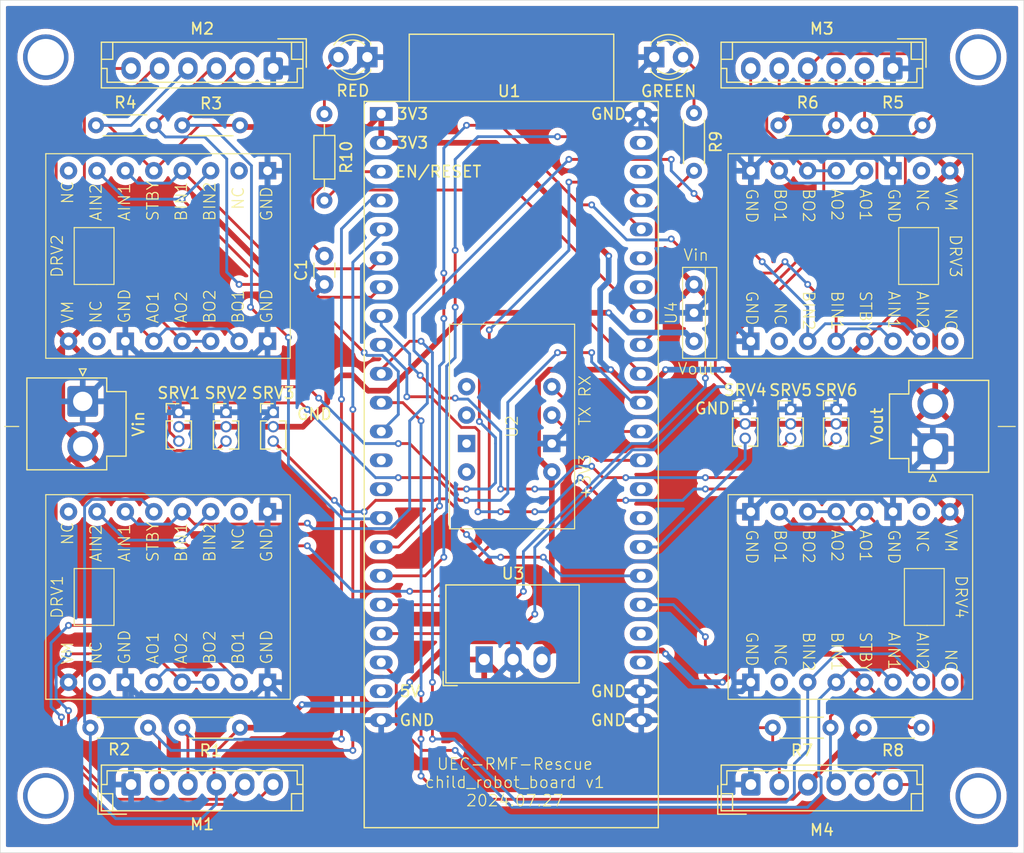
<source format=kicad_pcb>
(kicad_pcb (version 20240108) (generator "pcbnew") (generator_version "8.0")
  (layers (0 "F.Cu" signal) (31 "B.Cu" signal) (34 "B.Paste" user) (35 "F.Paste" user) (36 "B.SilkS" user "B.Silkscreen") (37 "F.SilkS" user "F.Silkscreen") (38 "B.Mask" user) (39 "F.Mask" user) (44 "Edge.Cuts" user))
  (net 0 "")
  (net 1 "Net-(U1-CHIP_PU)")
  (net 2 "GND")
  (net 3 "Net-(D1-A)")
  (net 4 "Net-(D2-A)")
  (net 5 "/M1IN1")
  (net 6 "/M1OUT1")
  (net 7 "/M1IN2")
  (net 8 "/M1OUT2")
  (net 9 "+9V")
  (net 10 "+3V3")
  (net 11 "/M2OUT2")
  (net 12 "/M2IN2")
  (net 13 "/M2OUT1")
  (net 14 "/M2IN1")
  (net 15 "/M3IN1")
  (net 16 "/M3OUT2")
  (net 17 "/M3IN2")
  (net 18 "/M3OUT1")
  (net 19 "/M4OUT2")
  (net 20 "/M4IN1")
  (net 21 "/M4IN2")
  (net 22 "/M4OUT1")
  (net 23 "/RO1B")
  (net 24 "/RO1A")
  (net 25 "/RO2A")
  (net 26 "/RO2B")
  (net 27 "/RO3B")
  (net 28 "/RO3A")
  (net 29 "/RO4B")
  (net 30 "/RO4A")
  (net 31 "/LED_GREEN")
  (net 32 "/LED_RED")
  (net 33 "+5V")
  (net 34 "/SRV1")
  (net 35 "/SRV2")
  (net 36 "/SRV3")
  (net 37 "/SRV4")
  (net 38 "/SRV5")
  (net 39 "/SRV6")
  (net 41 "/BNORX")
  (net 52 "/BNOTX")
  (footprint "Connector_PinHeader_1.27mm:PinHeader_1x03_P1.27mm_Vertical" (layer "F.Cu") (at 169.5 86)
    (property "Reference" "SRV5")
    (property "Value" "Srv_9.9V")
  )
  (footprint "my_library:drv8833_board" (layer "F.Cu") (at 111 72.5 90)
    (property "Reference" "DRV2")
    (property "Value" "~" (hide yes))
  )
  (footprint "Connector_PinHeader_1.27mm:PinHeader_1x03_P1.27mm_Vertical" (layer "F.Cu") (at 165.5 86)
    (property "Reference" "SRV4")
    (property "Value" "Srv_9.9V")
  )
  (footprint "Connector_JST:JST_VH_B2P-VH_1x02_P3.96mm_Vertical" (layer "F.Cu") (at 107.25 85.29 -90)
    (property "Reference" "Vin")
    (property "Value" "Vin")
  )
  (footprint "LED_THT:LED_D3.0mm_Clear" (layer "F.Cu") (at 157.5 55)
    (property "Reference" "GREEN")
    (property "Value" "LED_GREEN")
  )
  (footprint "Connector_JST:JST_EH_B6B-EH-A_1x06_P2.50mm_Vertical" (layer "F.Cu") (at 166 119)
    (property "Reference" "M4")
    (property "Value" "~" (hide yes))
  )
  (footprint "Resistor_THT:R_Axial_DIN0204_L3.6mm_D1.6mm_P5.08mm_Horizontal" (layer "F.Cu") (at 176 61)
    (property "Reference" "R5")
    (property "Value" "10k")
  )
  (footprint "Capacitor_THT:C_Disc_D3.0mm_W1.6mm_P2.50mm" (layer "F.Cu") (at 128.5 75 90)
    (property "Reference" "C1")
    (property "Value" "1u")
  )
  (footprint "my_library:bno055_board" (layer "F.Cu") (at 145 87.5 90)
    (property "Reference" "U2")
    (property "Value" "~")
  )
  (footprint "Resistor_THT:R_Axial_DIN0204_L3.6mm_D1.6mm_P5.08mm_Horizontal" (layer "F.Cu") (at 113 114 180)
    (property "Reference" "R2")
    (property "Value" "10k")
  )
  (footprint "Connector_PinHeader_1.27mm:PinHeader_1x03_P1.27mm_Vertical" (layer "F.Cu") (at 115.7 86.25)
    (property "Reference" "SRV1")
    (property "Value" "Srv_5V")
  )
  (footprint "PCM_Espressif:ESP32-S3-DevKitC" (layer "F.Cu") (at 133.5 60)
    (property "Reference" "U1")
    (property "Value" "ESP32-S3-DevKitC" (hide yes))
  )
  (footprint "Resistor_THT:R_Axial_DIN0204_L3.6mm_D1.6mm_P5.08mm_Horizontal" (layer "F.Cu") (at 173.5 61 180)
    (property "Reference" "R6")
    (property "Value" "10k")
  )
  (footprint "Resistor_THT:R_Axial_DIN0204_L3.6mm_D1.6mm_P5.08mm_Horizontal" (layer "F.Cu") (at 161 59.92 -90)
    (property "Reference" "R9")
    (property "Value" "12")
  )
  (footprint "Resistor_THT:R_Axial_DIN0204_L3.6mm_D1.6mm_P5.08mm_Horizontal" (layer "F.Cu") (at 113.5 61 180)
    (property "Reference" "R4")
    (property "Value" "10k")
  )
  (footprint "Converter_DCDC:Converter_DCDC_RECOM_R-78E-0.5_THT" (layer "F.Cu") (at 142.553 108)
    (property "Reference" "U3")
    (property "Value" "R-78E3.3-0.5")
  )
  (footprint "Connector_JST:JST_EH_B6B-EH-A_1x06_P2.50mm_Vertical" (layer "F.Cu") (at 178.48995 56 180)
    (property "Reference" "M3")
    (property "Value" "~" (hide yes))
  )
  (footprint "my_library:drv8833_board" (layer "F.Cu") (at 178.5 102.5 -90)
    (property "Reference" "DRV4")
    (property "Value" "~" (hide yes))
  )
  (footprint "Resistor_THT:R_Axial_DIN0204_L3.6mm_D1.6mm_P5.08mm_Horizontal" (layer "F.Cu") (at 167.92 114)
    (property "Reference" "R7")
    (property "Value" "10k")
  )
  (footprint "Resistor_THT:R_Axial_DIN0204_L3.6mm_D1.6mm_P5.08mm_Horizontal" (layer "F.Cu") (at 116 61)
    (property "Reference" "R3")
    (property "Value" "10k")
  )
  (footprint "Resistor_THT:R_Axial_DIN0204_L3.6mm_D1.6mm_P7.62mm_Horizontal" (layer "F.Cu") (at 128.5 60 -90)
    (property "Reference" "R10")
    (property "Value" "68")
  )
  (footprint "my_library:drv8833_board" (layer "F.Cu") (at 111 102.5 90)
    (property "Reference" "DRV1")
    (property "Value" "~" (hide yes))
  )
  (footprint "Connector_JST:JST_EH_B6B-EH-A_1x06_P2.50mm_Vertical" (layer "F.Cu") (at 124 56 180)
    (property "Reference" "M2")
    (property "Value" "~" (hide yes))
  )
  (footprint "Connector_PinHeader_1.27mm:PinHeader_1x03_P1.27mm_Vertical" (layer "F.Cu") (at 124 86.25)
    (property "Reference" "SRV3")
    (property "Value" "Srv_5V")
  )
  (footprint "my_library:L7805" (layer "F.Cu") (at 161 77.5)
    (property "Reference" "U4")
    (property "Value" "L7805")
  )
  (footprint "Connector_PinHeader_1.27mm:PinHeader_1x03_P1.27mm_Vertical" (layer "F.Cu") (at 173.5 86)
    (property "Reference" "SRV6")
    (property "Value" "Srv_9.9V")
  )
  (footprint "Resistor_THT:R_Axial_DIN0204_L3.6mm_D1.6mm_P5.08mm_Horizontal" (layer "F.Cu") (at 175.92 114)
    (property "Reference" "R8")
    (property "Value" "10k")
  )
  (footprint "Connector_JST:JST_VH_B2P-VH_1x02_P3.96mm_Vertical" (layer "F.Cu") (at 182 89.46 90)
    (property "Reference" "Vout")
    (property "Value" "Vout")
  )
  (footprint "Resistor_THT:R_Axial_DIN0204_L3.6mm_D1.6mm_P5.08mm_Horizontal" (layer "F.Cu") (at 116 114)
    (property "Reference" "R1")
    (property "Value" "10k")
  )
  (footprint "Connector_JST:JST_EH_B6B-EH-A_1x06_P2.50mm_Vertical" (layer "F.Cu") (at 111.5 119)
    (property "Reference" "M1")
    (property "Value" "~" (hide yes))
  )
  (footprint "Connector_PinHeader_1.27mm:PinHeader_1x03_P1.27mm_Vertical" (layer "F.Cu") (at 119.85 86.25)
    (property "Reference" "SRV2")
    (property "Value" "Srv_5V")
  )
  (footprint "my_library:drv8833_board" (layer "F.Cu") (at 178.5 72.5 -90)
    (property "Reference" "DRV3")
    (property "Value" "~" (hide yes))
  )
  (footprint "LED_THT:LED_D3.0mm" (layer "F.Cu") (at 132.275 55 180)
    (property "Reference" "RED")
    (property "Value" "LED_RED")
  )
  (gr_line (start 108.5 75) (end 110 75) (stroke (width 0.1)) (layer "F.SilkS"))
  (gr_line (start 110 75) (end 110 70) (stroke (width 0.1)) (layer "F.SilkS"))
  (gr_line (start 179.5 100) (end 179.5 105) (stroke (width 0.1)) (layer "F.SilkS"))
  (gr_line (start 182.5 75) (end 182.5 70) (stroke (width 0.1)) (layer "F.SilkS"))
  (gr_line (start 100.375 87.5) (end 101.625 87.5) (stroke (width 0.1)) (layer "F.SilkS"))
  (gr_line (start 189.25 87.5) (end 187.75 87.5) (stroke (width 0.1)) (layer "F.SilkS"))
  (gr_line (start 108.5 105) (end 110 105) (stroke (width 0.1)) (layer "F.SilkS"))
  (gr_line (start 110 105) (end 110 100) (stroke (width 0.1)) (layer "F.SilkS"))
  (gr_line (start 179 70) (end 179 75) (stroke (width 0.1)) (layer "F.SilkS"))
  (gr_line (start 106.5 70) (end 106.5 75) (stroke (width 0.1)) (layer "F.SilkS"))
  (gr_line (start 110 100) (end 106.5 100) (stroke (width 0.1)) (layer "F.SilkS"))
  (gr_line (start 179.5 105) (end 181.5 105) (stroke (width 0.1)) (layer "F.SilkS"))
  (gr_line (start 181 75) (end 182.5 75) (stroke (width 0.1)) (layer "F.SilkS"))
  (gr_line (start 181.5 105) (end 183 105) (stroke (width 0.1)) (layer "F.SilkS"))
  (gr_line (start 179 75) (end 181 75) (stroke (width 0.1)) (layer "F.SilkS"))
  (gr_line (start 106.5 100) (end 106.5 105) (stroke (width 0.1)) (layer "F.SilkS"))
  (gr_line (start 183 105) (end 183 100) (stroke (width 0.1)) (layer "F.SilkS"))
  (gr_line (start 110 70) (end 106.5 70) (stroke (width 0.1)) (layer "F.SilkS"))
  (gr_line (start 182.5 70) (end 179 70) (stroke (width 0.1)) (layer "F.SilkS"))
  (gr_line (start 183 100) (end 179.5 100) (stroke (width 0.1)) (layer "F.SilkS"))
  (gr_line (start 106.5 75) (end 108.5 75) (stroke (width 0.1)) (layer "F.SilkS"))
  (gr_line (start 106.5 105) (end 108.5 105) (stroke (width 0.1)) (layer "F.SilkS"))
  (gr_line (start 101 125) (end 189 125) (stroke (width 0.05)) (layer "Edge.Cuts"))
  (gr_line (start 189 50) (end 101 50) (stroke (width 0.05)) (layer "Edge.Cuts"))
  (gr_line (start 190 50) (end 189 50) (stroke (width 0.05)) (layer "Edge.Cuts"))
  (gr_line (start 190 125) (end 190 120) (stroke (width 0.05)) (layer "Edge.Cuts"))
  (gr_line (start 100 50) (end 100 120) (stroke (width 0.05)) (layer "Edge.Cuts"))
  (gr_line (start 100 120) (end 100 125) (stroke (width 0.05)) (layer "Edge.Cuts"))
  (gr_line (start 101 125) (end 100 125) (stroke (width 0.05)) (layer "Edge.Cuts"))
  (gr_line (start 190 125) (end 189 125) (stroke (width 0.05)) (layer "Edge.Cuts"))
  (gr_line (start 101 50) (end 100 50) (stroke (width 0.05)) (layer "Edge.Cuts"))
  (gr_line (start 190 120) (end 190 50) (stroke (width 0.05)) (layer "Edge.Cuts"))
  (gr_text "GND" (at 161 86.5 0) (layer "F.SilkS") (effects (font (size 1 1)) (justify left bottom)))
  (gr_text "UEC-RMF-Rescue\nchild_robot_board v1\n2024.07.27" (at 145.25 121 0) (layer "F.SilkS") (effects (font (size 1 1) (thickness 0.1)) (justify bottom)))
  (gr_text "GND" (at 126 87 0) (layer "F.SilkS") (effects (font (size 1 1)) (justify left bottom)))
  (via (at 186 55) (size 4) (drill 3.2) (layers "F.Cu" "B.Cu") (net 0))
  (via (at 104 120) (size 4) (drill 3.2) (layers "F.Cu" "B.Cu") (net 0))
  (via (at 186 120) (size 4) (drill 3.2) (layers "F.Cu" "B.Cu") (net 0))
  (via (at 104 55) (size 4) (drill 3.2) (layers "F.Cu" "B.Cu") (net 0))
  (segment (start 129.590431 65.08) (end 133.5 65.08) (width 0.25) (layer "F.Cu") (net 1))
  (segment (start 127.475 71.475) (end 127.475 67.195431) (width 0.25) (layer "F.Cu") (net 1))
  (segment (start 127.475 67.195431) (end 129.590431 65.08) (width 0.25) (layer "F.Cu") (net 1))
  (segment (start 128.5 72.5) (end 127.475 71.475) (width 0.25) (layer "F.Cu") (net 1))
  (segment (start 123.5 65) (end 123.5 80) (width 0.5) (layer "B.Cu") (net 2))
  (segment (start 178.5 92.96) (end 182 89.46) (width 0.5) (layer "B.Cu") (net 2))
  (segment (start 123.5 62.75) (end 124 62.25) (width 0.5) (layer "B.Cu") (net 2))
  (segment (start 112.212 81.212) (end 111 80) (width 0.5) (layer "B.Cu") (net 2))
  (segment (start 123.5 65) (end 123.5 70) (width 0.5) (layer "B.Cu") (net 2))
  (segment (start 156.36 110.8) (end 147.893 110.8) (width 0.5) (layer "B.Cu") (net 2))
  (segment (start 111 81.54) (end 107.25 85.29) (width 0.5) (layer "B.Cu") (net 2))
  (segment (start 148.5 89) (end 151 86.5) (width 0.5) (layer "B.Cu") (net 2))
  (segment (start 166 72.5) (end 161 77.5) (width 0.5) (layer "B.Cu") (net 2))
  (segment (start 133.49632 113.33728) (end 139.75572 113.33728) (width 0.5) (layer "B.Cu") (net 2))
  (segment (start 124.35 56.35) (end 130.925 56.35) (width 0.5) (layer "B.Cu") (net 2))
  (segment (start 166 80) (end 166 85.5) (width 0.5) (layer "B.Cu") (net 2))
  (segment (start 123.5 65) (end 123.5 62.75) (width 0.5) (layer "B.Cu") (net 2))
  (segment (start 178.48995 58.48995) (end 178.5 58.5) (width 0.5) (layer "B.Cu") (net 2))
  (segment (start 178.5 58.5) (end 178.5 65) (width 0.5) (layer "B.Cu") (net 2))
  (segment (start 119.85 86.25) (end 123.926497 86.25) (width 0.5) (layer "B.Cu") (net 2))
  (segment (start 156.36 56.14) (end 157.5 55) (width 0.5) (layer "B.Cu") (net 2))
  (segment (start 122.288 111.212) (end 123.5 110) (width 0.5) (layer "B.Cu") (net 2))
  (segment (start 146 90.238) (end 146.619 89.619) (width 0.5) (layer "B.Cu") (net 2))
  (segment (start 156.36 60) (end 159.85 63.49) (width 0.5) (layer "B.Cu") (net 2))
  (segment (start 123.5 80) (end 122.288 81.212) (width 0.5) (layer "B.Cu") (net 2))
  (segment (start 132.275 55) (end 130.925 56.35) (width 0.5) (layer "B.Cu") (net 2))
  (segment (start 161 77.5) (end 163.5 77.5) (width 0.5) (layer "B.Cu") (net 2))
  (segment (start 177.288 93.788) (end 178.5 95) (width 0.5) (layer "B.Cu") (net 2))
  (segment (start 173.5 86) (end 178.54 86) (width 0.5) (layer "B.Cu") (net 2))
  (segment (start 123.5 95) (end 123.05 94.55) (width 0.5) (layer "B.Cu") (net 2))
  (segment (start 147.893 110.8) (end 145.093 108) (width 0.5) (layer "B.Cu") (net 2))
  (segment (start 147.238 89) (end 146.619 89.619) (width 0.5) (layer "B.Cu") (net 2))
  (segment (start 139.75572 113.33728) (end 145.093 108) (width 0.5) (layer "B.Cu") (net 2))
  (segment (start 111.5 110.75) (end 111.5 119) (width 0.5) (layer "B.Cu") (net 2))
  (segment (start 126.83728 113.33728) (end 123.5 110) (width 0.5) (layer "B.Cu") (net 2))
  (segment (start 165.5 86) (end 169.5 86) (width 0.5) (layer "B.Cu") (net 2))
  (segment (start 124 56) (end 124.35 56.35) (width 0.5) (layer "B.Cu") (net 2))
  (segment (start 145.093 97.907) (end 146 97) (width 0.5) (layer "B.Cu") (net 2))
  (segment (start 119.85 86.25) (end 115.7 86.25) (width 0.5) (layer "B.Cu") (net 2))
  (segment (start 111 110) (end 112.212 111.212) (width 0.5) (layer "B.Cu") (net 2))
  (segment (start 166 85.5) (end 165.5 86) (width 0.5) (layer "B.Cu") (net 2))
  (segment (start 178.48995 56) (end 178.48995 58.48995) (width 0.5) (layer "B.Cu") (net 2))
  (segment (start 123.5 70) (end 128.5 75) (width 0.5) (layer "B.Cu") (net 2))
  (segment (start 159.85 63.49) (end 164.49 63.49) (width 0.5) (layer "B.Cu") (net 2))
  (segment (start 151 86.5) (end 151 65.36) (width 0.5) (layer "B.Cu") (net 2))
  (segment (start 124 62.25) (end 124 56) (width 0.5) (layer "B.Cu") (net 2))
  (segment (start 148.5 89) (end 147.238 89) (width 0.5) (layer "B.Cu") (net 2))
  (segment (start 123.05 87.126497) (end 123.926497 86.25) (width 0.5) (layer "B.Cu") (net 2))
  (segment (start 167.212 93.788) (end 177.288 93.788) (width 0.5) (layer "B.Cu") (net 2))
  (segment (start 123.5 95) (end 123.5 110) (width 0.5) (layer "B.Cu") (net 2))
  (segment (start 111 110) (end 111 110.25) (width 0.5) (layer "B.Cu") (net 2))
  (segment (start 156.36 110.8) (end 156.36 113.34) (width 0.5) (layer "B.Cu") (net 2))
  (segment (start 178.54 86) (end 182 89.46) (width 0.5) (layer "B.Cu") (net 2))
  (segment (start 146 97) (end 146 90.238) (width 0.5) (layer "B.Cu") (net 2))
  (segment (start 166 95) (end 167.212 93.788) (width 0.5) (layer "B.Cu") (net 2))
  (segment (start 111 110.25) (end 111.5 110.75) (width 0.5) (layer "B.Cu") (net 2))
  (segment (start 166 65) (end 166 72.5) (width 0.5) (layer "B.Cu") (net 2))
  (segment (start 123.926497 86.25) (end 124 86.25) (width 0.5) (layer "B.Cu") (net 2))
  (segment (start 156.36 60) (end 156.36 56.14) (width 0.5) (layer "B.Cu") (net 2))
  (segment (start 111 80) (end 111 81.54) (width 0.5) (layer "B.Cu") (net 2))
  (segment (start 178.5 95) (end 178.5 92.96) (width 0.5) (layer "B.Cu") (net 2))
  (segment (start 164.49 63.49) (end 166 65) (width 0.5) (layer "B.Cu") (net 2))
  (segment (start 177.288 63.788) (end 178.5 65) (width 0.5) (layer "B.Cu") (net 2))
  (segment (start 166 95) (end 166 110) (width 0.5) (layer "B.Cu") (net 2))
  (segment (start 156.36 110.8) (end 165.2 110.8) (width 0.5) (layer "B.Cu") (net 2))
  (segment (start 166 65) (end 167.212 63.788) (width 0.5) (layer "B.Cu") (net 2))
  (segment (start 165.2 110.8) (end 166 110) (width 0.5) (layer "B.Cu") (net 2))
  (segment (start 107.25 85.29) (end 114.74 85.29) (width 0.5) (layer "B.Cu") (net 2))
  (segment (start 167.212 63.788) (end 177.288 63.788) (width 0.5) (layer "B.Cu") (net 2))
  (segment (start 169.5 86) (end 173.5 86) (width 0.5) (layer "B.Cu") (net 2))
  (segment (start 122.288 81.212) (end 112.212 81.212) (width 0.5) (layer "B.Cu") (net 2))
  (segment (start 163.5 77.5) (end 166 80) (width 0.5) (layer "B.Cu") (net 2))
  (segment (start 123.05 94.55) (end 123.05 87.126497) (width 0.5) (layer "B.Cu") (net 2))
  (segment (start 151 65.36) (end 156.36 60) (width 0.5) (layer "B.Cu") (net 2))
  (segment (start 114.74 85.29) (end 115.7 86.25) (width 0.5) (layer "B.Cu") (net 2))
  (segment (start 145.093 108) (end 145.093 97.907) (width 0.5) (layer "B.Cu") (net 2))
  (segment (start 112.212 111.212) (end 122.288 111.212) (width 0.5) (layer "B.Cu") (net 2))
  (segment (start 133.49632 113.33728) (end 126.83728 113.33728) (width 0.5) (layer "B.Cu") (net 2))
  (segment (start 166 119) (end 166 110) (width 0.5) (layer "B.Cu") (net 2))
  (segment (start 160.04 55) (end 161 55.96) (width 0.25) (layer "F.Cu") (net 3))
  (segment (start 161 55.96) (end 161 59.92) (width 0.25) (layer "F.Cu") (net 3))
  (segment (start 128.5 60) (end 128.5 56.235) (width 0.25) (layer "F.Cu") (net 4))
  (segment (start 128.46 59.96) (end 128.5 60) (width 0.25) (layer "F.Cu") (net 4))
  (segment (start 128.5 56.235) (end 129.735 55) (width 0.25) (layer "F.Cu") (net 4))
  (segment (start 116 95) (end 117.087 96.087) (width 0.25) (layer "F.Cu") (net 5))
  (segment (start 153 64) (end 156.36 67.36) (width 0.25) (layer "F.Cu") (net 5))
  (segment (start 150 64) (end 153 64) (width 0.25) (layer "F.Cu") (net 5))
  (segment (start 117.087 96.087) (end 126.913 96.087) (width 0.25) (layer "F.Cu") (net 5))
  (segment (start 126.913 96.087) (end 127 96) (width 0.25) (layer "F.Cu") (net 5))
  (segment (start 156.36 67.36) (end 156.36 67.62) (width 0.25) (layer "F.Cu") (net 5))
  (via (at 150 64) (size 0.6) (drill 0.3) (layers "F.Cu" "B.Cu") (net 5))
  (via (at 127 96) (size 0.6) (drill 0.3) (layers "F.Cu" "B.Cu") (net 5))
  (segment (start 136.375 80.825) (end 137.55 82) (width 0.25) (layer "B.Cu") (net 5))
  (segment (start 137.55 82) (end 137.55 85.45) (width 0.25) (layer "B.Cu") (net 5))
  (segment (start 136 94.768148) (end 134.884074 95.884074) (width 0.25) (layer "B.Cu") (net 5))
  (segment (start 136.375 77.625) (end 136.375 80.825) (width 0.25) (layer "B.Cu") (net 5))
  (segment (start 150 64) (end 136.375 77.625) (width 0.25) (layer "B.Cu") (net 5))
  (segment (start 112.087 96.087) (end 111 95) (width 0.25) (layer "B.Cu") (net 5))
  (segment (start 127 96) (end 127.485 96.485) (width 0.25) (layer "B.Cu") (net 5))
  (segment (start 137.55 85.45) (end 136 87) (width 0.25) (layer "B.Cu") (net 5))
  (segment (start 116 95) (end 114.913 96.087) (width 0.25) (layer "B.Cu") (net 5))
  (segment (start 127.485 96.485) (end 134.283148 96.485) (width 0.25) (layer "B.Cu") (net 5))
  (segment (start 134.283148 96.485) (end 134.884074 95.884074) (width 0.25) (layer "B.Cu") (net 5))
  (segment (start 136 87) (end 136 94.768148) (width 0.25) (layer "B.Cu") (net 5))
  (segment (start 114.913 96.087) (end 112.087 96.087) (width 0.25) (layer "B.Cu") (net 5))
  (segment (start 124 119) (end 122.25 120.75) (width 0.25) (layer "F.Cu") (net 6))
  (segment (start 106 105) (end 116 105) (width 0.25) (layer "F.Cu") (net 6))
  (segment (start 109.968504 120.75) (end 105.375 116.156496) (width 0.25) (layer "F.Cu") (net 6))
  (segment (start 122.25 120.75) (end 109.968504 120.75) (width 0.25) (layer "F.Cu") (net 6))
  (segment (start 105.375 116.156496) (end 105.375 113.065687) (width 0.25) (layer "F.Cu") (net 6))
  (segment (start 116 105) (end 121 110) (width 0.25) (layer "F.Cu") (net 6))
  (via (at 105.375 113.065687) (size 0.6) (drill 0.3) (layers "F.Cu" "B.Cu") (net 6))
  (via (at 106 105) (size 0.6) (drill 0.3) (layers "F.Cu" "B.Cu") (net 6))
  (segment (start 121 110) (end 119.913 108.913) (width 0.25) (layer "B.Cu") (net 6))
  (segment (start 104.463 112.153687) (end 104.463 106.537) (width 0.25) (layer "B.Cu") (net 6))
  (segment (start 105.375 113.065687) (end 104.463 112.153687) (width 0.25) (layer "B.Cu") (net 6))
  (segment (start 114.587 108.913) (end 113.5 110) (width 0.25) (layer "B.Cu") (net 6))
  (segment (start 119.913 108.913) (end 114.587 108.913) (width 0.25) (layer "B.Cu") (net 6))
  (segment (start 104.463 106.537) (end 106 105) (width 0.25) (layer "B.Cu") (net 6))
  (segment (start 154 67.8) (end 156.36 70.16) (width 0.25) (layer "F.Cu") (net 7))
  (segment (start 143 98) (end 142 99) (width 0.25) (layer "F.Cu") (net 7))
  (segment (start 138 102) (end 136 102) (width 0.25) (layer "F.Cu") (net 7))
  (segment (start 142 99) (end 141 99) (width 0.25) (layer "F.Cu") (net 7))
  (segment (start 153 66) (end 154 67) (width 0.25) (layer "F.Cu") (net 7))
  (segment (start 150 66) (end 153 66) (width 0.25) (layer "F.Cu") (net 7))
  (segment (start 116.5 98) (end 127 98) (width 0.25) (layer "F.Cu") (net 7))
  (segment (start 116 97.5) (end 116.5 98) (width 0.25) (layer "F.Cu") (net 7))
  (segment (start 141 99) (end 138 102) (width 0.25) (layer "F.Cu") (net 7))
  (segment (start 154 67) (end 154 67.8) (width 0.25) (layer "F.Cu") (net 7))
  (segment (start 143 79.087) (end 143 98) (width 0.25) (layer "F.Cu") (net 7))
  (via (at 143 79) (size 0.6) (drill 0.3) (layers "F.Cu" "B.Cu") (net 7))
  (via (at 127 98) (size 0.6) (drill 0.3) (layers "F.Cu" "B.Cu") (net 7))
  (via (at 136 102) (size 0.6) (drill 0.3) (layers "F.Cu" "B.Cu") (net 7))
  (via (at 116 97.5) (size 0.6) (drill 0.3) (layers "F.Cu" "B.Cu") (net 7))
  (via (at 150 66) (size 0.6) (drill 0.3) (layers "F.Cu" "B.Cu") (net 7))
  (segment (start 111 97.5) (end 116 97.5) (width 0.25) (layer "B.Cu") (net 7))
  (segment (start 116 97.5) (end 118.5 95) (width 0.25) (layer "B.Cu") (net 7))
  (segment (start 127 98) (end 131 102) (width 0.25) (layer "B.Cu") (net 7))
  (segment (start 143 79) (end 150 72) (width 0.25) (layer "B.Cu") (net 7))
  (segment (start 108.5 95) (end 111 97.5) (width 0.25) (layer "B.Cu") (net 7))
  (segment (start 150 72) (end 150 66) (width 0.25) (layer "B.Cu") (net 7))
  (segment (start 131 102) (end 136 102) (width 0.25) (layer "B.Cu") (net 7))
  (segment (start 121.5 119) (end 120.2 120.3) (width 0.25) (layer "F.Cu") (net 8))
  (segment (start 106 116.1451) (end 106 112.5) (width 0.25) (layer "F.Cu") (net 8))
  (segment (start 113.5 107.5) (end 116 110) (width 0.25) (layer "F.Cu") (net 8))
  (segment (start 110.1549 120.3) (end 106 116.1451) (width 0.25) (layer "F.Cu") (net 8))
  (segment (start 120.2 120.3) (end 110.1549 120.3) (width 0.25) (layer "F.Cu") (net 8))
  (segment (start 106 107.5) (end 113.5 107.5) (width 0.25) (layer "F.Cu") (net 8))
  (via (at 106 107.5) (size 0.6) (drill 0.3) (layers "F.Cu" "B.Cu") (net 8))
  (via (at 106 112.5) (size 0.6) (drill 0.3) (layers "F.Cu" "B.Cu") (net 8))
  (segment (start 104.913 111.413) (end 104.913 108.587) (width 0.25) (layer "B.Cu") (net 8))
  (segment (start 106 112.5) (end 104.913 111.413) (width 0.25) (layer "B.Cu") (net 8))
  (segment (start 116 110) (end 118.5 110) (width 0.25) (layer "B.Cu") (net 8))
  (segment (start 104.913 108.587) (end 106 107.5) (width 0.25) (layer "B.Cu") (net 8))
  (segment (start 182 85.5) (end 182.212 85.288) (width 0.5) (layer "F.Cu") (net 9))
  (segment (start 180.23 87.27) (end 173.5 87.27) (width 0.5) (layer "F.Cu") (net 9))
  (segment (start 128.5 95) (end 128.5 115) (width 0.5) (layer "F.Cu") (net 9))
  (segment (start 153.5 117.5) (end 152.053 117.5) (width 0.5) (layer "F.Cu") (net 9))
  (segment (start 182 85.5) (end 184.261999 87.761999) (width 0.5) (layer "F.Cu") (net 9))
  (segment (start 182.212 85.288) (end 182.212 66.288) (width 0.5) (layer "F.Cu") (net 9))
  (segment (start 184.261999 87.761999) (end 184.261999 94.238001) (width 0.5) (layer "F.Cu") (net 9))
  (segment (start 107.75 89.25) (end 105.45 86.95) (width 0.5) (layer "F.Cu") (net 9))
  (segment (start 158.5 117.5) (end 153.5 117.5) (width 0.5) (layer "F.Cu") (net 9))
  (segment (start 152.053 117.5) (end 142.553 108) (width 0.5) (layer "F.Cu") (net 9))
  (segment (start 158.5 77.5) (end 161 75) (width 0.5) (layer "F.Cu") (net 9))
  (segment (start 107.25 89.25) (end 106.25 90.25) (width 0.5) (layer "F.Cu") (net 9))
  (segment (start 161 115) (end 158.5 117.5) (width 0.5) (layer "F.Cu") (net 9))
  (segment (start 169.5 87.27) (end 165.5 87.27) (width 0.5) (layer "F.Cu") (net 9))
  (segment (start 104.788 108.788) (end 106 110) (width 0.5) (layer "F.Cu") (net 9))
  (segment (start 106.25 90.25) (end 104.788 91.712) (width 0.5) (layer "F.Cu") (net 9))
  (segment (start 105.45 80.55) (end 106 80) (width 0.5) (layer "F.Cu") (net 9))
  (segment (start 164.792894 87.27) (end 161 91.062894) (width 0.5) (layer "F.Cu") (net 9))
  (segment (start 128.5 115) (end 131 117.5) (width 0.5) (layer "F.Cu") (net 9))
  (segment (start 105.45 86.95) (end 105.45 80.55) (width 0.5) (layer "F.Cu") (net 9))
  (segment (start 164.792894 87.27) (end 158.5 80.977106) (width 0.5) (layer "F.Cu") (net 9))
  (segment (start 182.212 66.288) (end 183.5 65) (width 0.5) (layer "F.Cu") (net 9))
  (segment (start 106.25 90.25) (end 108.5 92.5) (width 0.5) (layer "F.Cu") (net 9))
  (segment (start 158.5 80.977106) (end 158.5 77.5) (width 0.5) (layer "F.Cu") (net 9))
  (segment (start 104.788 91.712) (end 104.788 108.788) (width 0.5) (layer "F.Cu") (net 9))
  (segment (start 108.5 92.5) (end 126 92.5) (width 0.5) (layer "F.Cu") (net 9))
  (segment (start 161 91.062894) (end 161 115) (width 0.5) (layer "F.Cu") (net 9))
  (segment (start 107.25 89.25) (end 107.75 89.25) (width 0.5) (layer "F.Cu") (net 9))
  (segment (start 173.5 87.27) (end 169.5 87.27) (width 0.5) (layer "F.Cu") (net 9))
  (segment (start 165.5 87.27) (end 164.792894 87.27) (width 0.5) (layer "F.Cu") (net 9))
  (segment (start 184.261999 94.238001) (end 183.5 95) (width 0.5) (layer "F.Cu") (net 9))
  (segment (start 182 85.5) (end 180.23 87.27) (width 0.5) (layer "F.Cu") (net 9))
  (segment (start 126 92.5) (end 128.5 95) (width 0.5) (layer "F.Cu") (net 9))
  (segment (start 131 117.5) (end 153.5 117.5) (width 0.5) (layer "F.Cu") (net 9))
  (segment (start 153.675076 82.5) (end 155.525076 84.35) (width 0.5) (layer "F.Cu") (net 10))
  (segment (start 148.5 91.5) (end 147.288 90.288) (width 0.5) (layer "F.Cu") (net 10))
  (segment (start 147.288 83.497973) (end 148.285973 82.5) (width 0.5) (layer "F.Cu") (net 10))
  (segment (start 117.5 61) (end 113.5 65) (width 0.25) (layer "F.Cu") (net 10))
  (segment (start 163.5 82.5) (end 173.5 82.5) (width 0.5) (layer "F.Cu") (net 10))
  (segment (start 133.5 62.54) (end 143.54 62.54) (width 0.5) (layer "F.Cu") (net 10))
  (segment (start 158.21 107.21) (end 158.5 107.5) (width 0.5) (layer "F.Cu") (net 10))
  (segment (start 147.767 106.4) (end 139.6 106.4) (width 0.5) (layer "F.Cu") (net 10))
  (segment (start 170.98995 56) (end 172.28995 54.7) (width 0.25) (layer "F.Cu") (net 10))
  (segment (start 179.587 62.493) (end 179.587 76.413) (width 0.25) (layer "F.Cu") (net 10))
  (segment (start 148.423 107.21) (end 158.21 107.21) (width 0.5) (layer "F.Cu") (net 10))
  (segment (start 133.5 62.54) (end 133.5 60) (width 0.5) (layer "F.Cu") (net 10))
  (segment (start 158.5 82.604924) (end 158.5 82.5) (width 0.5) (layer "F.Cu") (net 10))
  (segment (start 179.587 76.413) (end 176 80) (width 0.25) (layer "F.Cu") (net 10))
  (segment (start 108.42 61) (end 109.5 61) (width 0.25) (layer "F.Cu") (net 10))
  (segment (start 173.5 82.5) (end 176 80) (width 0.5) (layer "F.Cu") (net 10))
  (segment (start 166 107.5) (end 173.5 107.5) (width 0.5) (layer "F.Cu") (net 10))
  (segment (start 109.5 61) (end 113.5 65) (width 0.25) (layer "F.Cu") (net 10))
  (segment (start 121.23 61.15) (end 121.08 61) (width 0.5) (layer "F.Cu") (net 10))
  (segment (start 172.28995 54.7) (end 181.8451 54.7) (width 0.25) (layer "F.Cu") (net 10))
  (segment (start 148.5 91.5) (end 148.5 107.133) (width 0.5) (layer "F.Cu") (net 10))
  (segment (start 148.5 107.133) (end 147.767 106.4) (width 0.5) (layer "F.Cu") (net 10))
  (segment (start 148.5 91.5) (end 148.5 91.375076) (width 0.5) (layer "F.Cu") (net 10))
  (segment (start 148.5 107.133) (end 147.633 108) (width 0.5) (layer "F.Cu") (net 10))
  (segment (start 118.8 119) (end 118.8 116.28) (width 0.25) (layer "F.Cu") (net 10))
  (segment (start 156.754924 84.35) (end 158.5 82.604924) (width 0.5) (layer "F.Cu") (net 10))
  (segment (start 181.8451 54.7) (end 182.175 55.0299) (width 0.25) (layer "F.Cu") (net 10))
  (segment (start 147.633 108) (end 148.423 107.21) (width 0.5) (layer "F.Cu") (net 10))
  (segment (start 170.98995 56) (end 170.98995 58.43005) (width 0.5) (layer "F.Cu") (net 10))
  (segment (start 170.90995 56) (end 170.98995 56) (width 0.25) (layer "F.Cu") (net 10))
  (segment (start 180 114) (end 181 114) (width 0.25) (layer "F.Cu") (net 10))
  (segment (start 155.525076 84.35) (end 156.754924 84.35) (width 0.5) (layer "F.Cu") (net 10))
  (segment (start 182.175 59.905) (end 181.08 61) (width 0.25) (layer "F.Cu") (net 10))
  (segment (start 182.175 55.0299) (end 182.175 59.905) (width 0.25) (layer "F.Cu") (net 10))
  (segment (start 181.08 61) (end 179.587 62.493) (width 0.25) (layer "F.Cu") (net 10))
  (segment (start 139.6 106.4) (end 136 110) (width 0.5) (layer "F.Cu") (net 10))
  (segment (start 173 113) (end 173 114) (width 0.25) (layer "F.Cu") (net 10))
  (segment (start 173.5 107.5) (end 176 110) (width 0.5) (layer "F.Cu") (net 10))
  (segment (start 118.8 116.28) (end 121.08 114) (width 0.25) (layer "F.Cu") (net 10))
  (segment (start 133.5 60) (end 132.35 61.15) (width 0.5) (layer "F.Cu") (net 10))
  (segment (start 119.08 119) (end 119 119) (width 0.25) (layer "F.Cu") (net 10))
  (segment (start 124.5 114) (end 121.08 114) (width 0.5) (layer "F.Cu") (net 10))
  (segment (start 148.285973 82.5) (end 153.675076 82.5) (width 0.5) (layer "F.Cu") (net 10))
  (segment (start 121.08 61) (end 117.5 61) (width 0.25) (layer "F.Cu") (net 10))
  (segment (start 176 110) (end 180 114) (width 0.25) (layer "F.Cu") (net 10))
  (segment (start 132.35 61.15) (end 121.23 61.15) (width 0.5) (layer "F.Cu") (net 10))
  (segment (start 143.54 62.54) (end 153.5 72.5) (width 0.5) (layer "F.Cu") (net 10))
  (segment (start 170.98995 58.43005) (end 168.42 61) (width 0.5) (layer "F.Cu") (net 10))
  (segment (start 126.530331 111.969669) (end 124.5 114) (width 0.5) (layer "F.Cu") (net 10))
  (segment (start 176 110) (end 173 113) (width 0.25) (layer "F.Cu") (net 10))
  (segment (start 147.288 90.288) (end 147.288 83.497973) (width 0.5) (layer "F.Cu") (net 10))
  (segment (start 163.5 110) (end 166 107.5) (width 0.5) (layer "F.Cu") (net 10))
  (via (at 163.5 82.5) (size 0.6) (drill 0.3) (layers "F.Cu" "B.Cu") (net 10))
  (via (at 158.5 107.5) (size 0.6) (drill 0.3) (layers "F.Cu" "B.Cu") (net 10))
  (via (at 153.675076 82.5) (size 0.6) (drill 0.3) (layers "F.Cu" "B.Cu") (net 10))
  (via (at 158.5 82.5) (size 0.6) (drill 0.3) (layers "F.Cu" "B.Cu") (net 10))
  (via (at 126.530331 111.969669) (size 0.6) (drill 0.3) (layers "F.Cu" "B.Cu") (net 10))
  (via (at 153.5 72.5) (size 0.6) (drill 0.3) (layers "F.Cu" "B.Cu") (net 10))
  (via (at 136 110) (size 0.6) (drill 0.3) (layers "F.Cu" "B.Cu") (net 10))
  (via (at 163.5 110) (size 0.6) (drill 0.3) (layers "F.Cu" "B.Cu") (net 10))
  (segment (start 108.049749 93.913) (end 112.413 93.913) (width 0.25) (layer "B.Cu") (net 10))
  (segment (start 173 114) (end 173 118.5) (width 0.25) (layer "B.Cu") (net 10))
  (segment (start 153.5 72.5) (end 153.5 74.704924) (width 0.5) (layer "B.Cu") (net 10))
  (segment (start 136 110) (end 136 110.178524) (width 0.5) (layer "B.Cu") (net 10))
  (segment (start 107.413 113.493) (end 107.413 94.549749) (width 0.25) (layer "B.Cu") (net 10))
  (segment (start 107.92 114) (end 107.413 113.493) (width 0.25) (layer "B.Cu") (net 10))
  (segment (start 173 118.5) (end 173.5 119) (width 0.25) (layer "B.Cu") (net 10))
  (segment (start 107.92 114) (end 107.92 119.7651) (width 0.25) (layer "B.Cu") (net 10))
  (segment (start 107.92 119.7651) (end 110.1549 122) (width 0.25) (layer "B.Cu") (net 10))
  (segment (start 112.413 93.913) (end 113.5 95) (width 0.25) (layer "B.Cu") (net 10))
  (segment (start 134.208855 111.969669) (end 126.530331 111.969669) (width 0.5) (layer "B.Cu") (net 10))
  (segment (start 158.5 107.5) (end 161 110) (width 0.5) (layer "B.Cu") (net 10))
  (segment (start 161 110) (end 163.5 110) (width 0.5) (layer "B.Cu") (net 10))
  (segment (start 119 120.7) (end 119 119) (width 0.25) (layer "B.Cu") (net 10))
  (segment (start 136 110.178524) (end 134.208855 111.969669) (width 0.5) (layer "B.Cu") (net 10))
  (segment (start 107.413 94.549749) (end 108.049749 93.913) (width 0.25) (layer "B.Cu") (net 10))
  (segment (start 108.42 61) (end 111.5 61) (width 0.25) (layer "B.Cu") (net 10))
  (segment (start 117.7 122) (end 119 120.7) (width 0.25) (layer "B.Cu") (net 10))
  (segment (start 158.5 82.5) (end 163.5 82.5) (width 0.5) (layer "B.Cu") (net 10))
  (segment (start 153.5 82.5) (end 153.675076 82.5) (width 0.5) (layer "B.Cu") (net 10))
  (segment (start 110.1549 122) (end 117.7 122) (width 0.25) (layer "B.Cu") (net 10))
  (segment (start 152.75 81.75) (end 153.5 82.5) (width 0.5) (layer "B.Cu") (net 10))
  (segment (start 153.5 74.704924) (end 152.75 75.454924) (width 0.5) (layer "B.Cu") (net 10))
  (segment (start 111.5 61) (end 116.5 56) (width 0.25) (layer "B.Cu") (net 10))
  (segment (start 152.75 75.454924) (end 152.75 81.75) (width 0.5) (layer "B.Cu") (net 10))
  (segment (start 113.5 56) (end 109.895 59.605) (width 0.25) (layer "F.Cu") (net 11))
  (segment (start 107.395 59.605) (end 107.395 71.395) (width 0.25) (layer "F.Cu") (net 11))
  (segment (start 114 56) (end 113.5 56) (width 0.25) (layer "F.Cu") (net 11))
  (segment (start 107.395 71.395) (end 116 80) (width 0.25) (layer "F.Cu") (net 11))
  (segment (start 107.395 59.605) (end 109.895 59.605) (width 0.25) (layer "F.Cu") (net 11))
  (segment (start 118.5 80) (end 116 80) (width 0.25) (layer "B.Cu") (net 11))
  (segment (start 123.034009 74.534009) (end 126.443018 74.534009) (width 0.25) (layer "F.Cu") (net 12))
  (segment (start 116 67.5) (end 123.034009 74.534009) (width 0.25) (layer "F.Cu") (net 12))
  (segment (start 132.615 76.125) (end 133.5 75.24) (width 0.25) (layer "F.Cu") (net 12))
  (segment (start 126.443018 74.534009) (end 128.034009 76.125) (width 0.25) (layer "F.Cu") (net 12))
  (segment (start 128.034009 76.125) (end 132.615 76.125) (width 0.25) (layer "F.Cu") (net 12))
  (via (at 116 67.5) (size 0.6) (drill 0.3) (layers "F.Cu" "B.Cu") (net 12))
  (segment (start 118.5 65) (end 116 67.5) (width 0.25) (layer "B.Cu") (net 12))
  (segment (start 111 67.5) (end 116 67.5) (width 0.25) (layer "B.Cu") (net 12))
  (segment (start 108.5 65) (end 111 67.5) (width 0.25) (layer "B.Cu") (net 12))
  (segment (start 108.5 56) (end 104.913 59.587) (width 0.25) (layer "F.Cu") (net 13))
  (segment (start 104.913 71.413) (end 113.5 80) (width 0.25) (layer "F.Cu") (net 13))
  (segment (start 104.913 59.587) (end 104.913 71.413) (width 0.25) (layer "F.Cu") (net 13))
  (segment (start 111.5 56) (end 108.5 56) (width 0.25) (layer "F.Cu") (net 13))
  (segment (start 114.587 78.913) (end 119.913 78.913) (width 0.25) (layer "B.Cu") (net 13))
  (segment (start 113.5 80) (end 114.587 78.913) (width 0.25) (layer "B.Cu") (net 13))
  (segment (start 119.913 78.913) (end 121 80) (width 0.25) (layer "B.Cu") (net 13))
  (segment (start 132.575 73.625) (end 133.5 72.7) (width 0.25) (layer "F.Cu") (net 14))
  (segment (start 116 65) (end 124.625 73.625) (width 0.25) (layer "F.Cu") (net 14))
  (segment (start 124.625 73.625) (end 132.575 73.625) (width 0.25) (layer "F.Cu") (net 14))
  (segment (start 114.913 66.087) (end 112.087 66.087) (width 0.25) (layer "B.Cu") (net 14))
  (segment (start 116 65) (end 114.913 66.087) (width 0.25) (layer "B.Cu") (net 14))
  (segment (start 112.087 66.087) (end 111 65) (width 0.25) (layer "B.Cu") (net 14))
  (segment (start 144 61) (end 141 61) (width 0.25) (layer "F.Cu") (net 15))
  (segment (start 139 74) (end 139 78) (width 0.25) (layer "F.Cu") (net 15))
  (segment (start 162 74) (end 159 71) (width 0.25) (layer "F.Cu") (net 15))
  (segment (start 152 68) (end 151 68) (width 0.25) (layer "F.Cu") (net 15))
  (segment (start 146 63) (end 144 61) (width 0.25) (layer "F.Cu") (net 15))
  (segment (start 151 68) (end 146 63) (width 0.25) (layer "F.Cu") (net 15))
  (segment (start 168 74) (end 162 74) (width 0.25) (layer "F.Cu") (net 15))
  (segment (start 138.624999 94.491117) (end 135.016116 98.1) (width 0.25) (layer "F.Cu") (net 15))
  (segment (start 173.5 77.5) (end 171 75) (width 0.25) (layer "F.Cu") (net 15))
  (segment (start 135.016116 98.1) (end 133.5 98.1) (width 0.25) (layer "F.Cu") (net 15))
  (segment (start 169 73) (end 168 74) (width 0.25) (layer "F.Cu") (net 15))
  (segment (start 173.5 80) (end 173.5 77.5) (width 0.25) (layer "F.Cu") (net 15))
  (via (at 141 61) (size 0.6) (drill 0.3) (layers "F.Cu" "B.Cu") (net 15))
  (via (at 139 78) (size 0.6) (drill 0.3) (layers "F.Cu" "B.Cu") (net 15))
  (via (at 169 73) (size 0.6) (drill 0.3) (layers "F.Cu" "B.Cu") (net 15))
  (via (at 152 68) (size 0.6) (drill 0.3) (layers "F.Cu" "B.Cu") (net 15))
  (via (at 139 74) (size 0.6) (drill 0.3) (layers "F.Cu" "B.Cu") (net 15))
  (via (at 171 75) (size 0.6) (drill 0.3) (layers "F.Cu" "B.Cu") (net 15))
  (via (at 159 71) (size 0.6) (drill 0.3) (layers "F.Cu" "B.Cu") (net 15))
  (via (at 138.624999 94.491117) (size 0.6) (drill 0.3) (layers "F.Cu" "B.Cu") (net 15))
  (segment (start 159 71) (end 158.915 71.085) (width 0.25) (layer "B.Cu") (net 15))
  (segment (start 173.5 80) (end 174.587 78.913) (width 0.25) (layer "B.Cu") (net 15))
  (segment (start 158.915 71.085) (end 155.085 71.085) (width 0.25) (layer "B.Cu") (net 15))
  (segment (start 139 81.799998) (end 139 78) (width 0.25) (layer "B.Cu") (net 15))
  (segment (start 177.413 78.913) (end 178.5 80) (width 0.25) (layer "B.Cu") (net 15))
  (segment (start 139 63) (end 139 74) (width 0.25) (layer "B.Cu") (net 15))
  (segment (start 171 75) (end 169 73) (width 0.25) (layer "B.Cu") (net 15))
  (segment (start 138.624999 82.174999) (end 139 81.799998) (width 0.25) (layer "B.Cu") (net 15))
  (segment (start 155.085 71.085) (end 152 68) (width 0.25) (layer "B.Cu") (net 15))
  (segment (start 138.624999 82.174999) (end 138.624999 94.491117) (width 0.25) (layer "B.Cu") (net 15))
  (segment (start 141 61) (end 139 63) (width 0.25) (layer "B.Cu") (net 15))
  (segment (start 174.587 78.913) (end 177.413 78.913) (width 0.25) (layer "B.Cu") (net 15))
  (segment (start 167.395 61.424569) (end 170.970431 65) (width 0.25) (layer "F.Cu") (net 16))
  (segment (start 168.48995 58.51005) (end 168.48995 56) (width 0.25) (layer "F.Cu") (net 16))
  (segment (start 167.395 59.605) (end 168.48995 58.51005) (width 0.25) (layer "F.Cu") (net 16))
  (segment (start 167.395 59.605) (end 167.395 61.424569) (width 0.25) (layer "F.Cu") (net 16))
  (segment (start 170.970431 65) (end 171 65) (width 0.25) (layer "F.Cu") (net 16))
  (segment (start 171 65) (end 173.5 65) (width 0.25) (layer "B.Cu") (net 16))
  (segment (start 167 73) (end 161 67) (width 0.25) (layer "F.Cu") (net 17))
  (segment (start 153 62) (end 149 62) (width 0.25) (layer "F.Cu") (net 17))
  (segment (start 137.36 100.64) (end 139 99) (width 0.25) (layer "F.Cu") (net 17))
  (segment (start 159 64) (end 155 64) (width 0.25) (layer "F.Cu") (net 17))
  (segment (start 155 64) (end 153 62) (width 0.25) (layer "F.Cu") (net 17))
  (segment (start 140 72) (end 140 77) (width 0.25) (layer "F.Cu") (net 17))
  (segment (start 133.5 100.64) (end 137.36 100.64) (width 0.25) (layer "F.Cu") (net 17))
  (via (at 167 73) (size 0.6) (drill 0.3) (layers "F.Cu" "B.Cu") (net 17))
  (via (at 149 62) (size 0.6) (drill 0.3) (layers "F.Cu" "B.Cu") (net 17))
  (via (at 139 99) (size 0.6) (drill 0.3) (layers "F.Cu" "B.Cu") (net 17))
  (via (at 140 72) (size 0.6) (drill 0.3) (layers "F.Cu" "B.Cu") (net 17))
  (via (at 159 64) (size 0.6) (drill 0.3) (layers "F.Cu" "B.Cu") (net 17))
  (via (at 140 77) (size 0.6) (drill 0.3) (layers "F.Cu" "B.Cu") (net 17))
  (via (at 161 67) (size 0.6) (drill 0.3) (layers "F.Cu" "B.Cu") (net 17))
  (segment (start 171 77) (end 167 73) (width 0.25) (layer "B.Cu") (net 17))
  (segment (start 172.537 78.463) (end 179.463 78.463) (width 0.25) (layer "B.Cu") (net 17))
  (segment (start 161 67) (end 159 65) (width 0.25) (layer "B.Cu") (net 17))
  (segment (start 139.249999 95) (end 139.249999 82.186395) (width 0.25) (layer "B.Cu") (net 17))
  (segment (start 140 81.436394) (end 140 77) (width 0.25) (layer "B.Cu") (net 17))
  (segment (start 139 95.249999) (end 139.249999 95) (width 0.25) (layer "B.Cu") (net 17))
  (segment (start 171 80) (end 172.537 78.463) (width 0.25) (layer "B.Cu") (net 17))
  (segment (start 171 80) (end 171 77) (width 0.25) (layer "B.Cu") (net 17))
  (segment (start 140 64) (end 140 72) (width 0.25) (layer "B.Cu") (net 17))
  (segment (start 149 62) (end 142 62) (width 0.25) (layer "B.Cu") (net 17))
  (segment (start 179.463 78.463) (end 181 80) (width 0.25) (layer "B.Cu") (net 17))
  (segment (start 139 99) (end 139 95.249999) (width 0.25) (layer "B.Cu") (net 17))
  (segment (start 159 65) (end 159 64) (width 0.25) (layer "B.Cu") (net 17))
  (segment (start 139.249999 82.186395) (end 140 81.436394) (width 0.25) (layer "B.Cu") (net 17))
  (segment (start 142 62) (end 140 64) (width 0.25) (layer "B.Cu") (net 17))
  (segment (start 165.98995 56) (end 165.98995 62.48995) (width 0.25) (layer "F.Cu") (net 18))
  (segment (start 165.98995 62.48995) (end 168.5 65) (width 0.25) (layer "F.Cu") (net 18))
  (segment (start 168.5 65) (end 169.587 66.087) (width 0.25) (layer "B.Cu") (net 18))
  (segment (start 169.587 66.087) (end 174.913 66.087) (width 0.25) (layer "B.Cu") (net 18))
  (segment (start 174.913 66.087) (end 176 65) (width 0.25) (layer "B.Cu") (net 18))
  (segment (start 182.087 115.413) (end 180 117.5) (width 0.25) (layer "F.Cu") (net 19))
  (segment (start 173.5 95) (end 182.087 103.587) (width 0.25) (layer "F.Cu") (net 19))
  (segment (start 177.5 117.5) (end 176 119) (width 0.25) (layer "F.Cu") (net 19))
  (segment (start 182.087 103.587) (end 182.087 115.413) (width 0.25) (layer "F.Cu") (net 19))
  (segment (start 180 117.5) (end 177.5 117.5) (width 0.25) (layer "F.Cu") (net 19))
  (segment (start 173.5 95) (end 171 95) (width 0.25) (layer "B.Cu") (net 19))
  (segment (start 140 116) (end 137.116116 116) (width 0.25) (layer "F.Cu") (net 20))
  (segment (start 137.116116 116) (end 134.82132 113.705204) (width 0.25) (layer "F.Cu") (net 20))
  (segment (start 134.82132 109.58228) (end 133.49632 108.25728) (width 0.25) (layer "F.Cu") (net 20))
  (segment (start 134.82132 113.705204) (end 134.82132 109.58228) (width 0.25) (layer "F.Cu") (net 20))
  (via (at 140 116) (size 0.6) (drill 0.3) (layers "F.Cu" "B.Cu") (net 20))
  (segment (start 172.175 119.7951) (end 170.9701 121) (width 0.25) (layer "B.Cu") (net 20))
  (segment (start 173.5 110) (end 171.975 111.525) (width 0.25) (layer "B.Cu") (net 20))
  (segment (start 171.975 118.188299) (end 172.175 118.388299) (width 0.25) (layer "B.Cu") (net 20))
  (segment (start 145 121) (end 140 116) (width 0.25) (layer "B.Cu") (net 20))
  (segment (start 172.175 118.388299) (end 172.175 119.7951) (width 0.25) (layer "B.Cu") (net 20))
  (segment (start 174.587 108.913) (end 177.413 108.913) (width 0.25) (layer "B.Cu") (net 20))
  (segment (start 177.413 108.913) (end 178.5 110) (width 0.25) (layer "B.Cu") (net 20))
  (segment (start 173.5 110) (end 174.587 108.913) (width 0.25) (layer "B.Cu") (net 20))
  (segment (start 171.975 111.525) (end 171.975 118.188299) (width 0.25) (layer "B.Cu") (net 20))
  (segment (start 170.9701 121) (end 145 121) (width 0.25) (layer "B.Cu") (net 20))
  (segment (start 137 80) (end 136 80) (width 0.25) (layer "F.Cu") (net 21))
  (segment (start 136 80) (end 133.5 82.5) (width 0.25) (layer "F.Cu") (net 21))
  (segment (start 133.5 82.5) (end 133.5 82.86) (width 0.25) (layer "F.Cu") (net 21))
  (segment (start 138 115) (end 138 110) (width 0.25) (layer "F.Cu") (net 21))
  (via (at 138 115) (size 0.6) (drill 0.3) (layers "F.Cu" "B.Cu") (net 21))
  (via (at 137 80) (size 0.6) (drill 0.3) (layers "F.Cu" "B.Cu") (net 21))
  (via (at 138 110) (size 0.6) (drill 0.3) (layers "F.Cu" "B.Cu") (net 21))
  (segment (start 169.825 119.8201) (end 169.825 117.175) (width 0.25) (layer "B.Cu") (net 21))
  (segment (start 169.0951 120.55) (end 169.825 119.8201) (width 0.25) (layer "B.Cu") (net 21))
  (segment (start 178.5 107.5) (end 173.5 107.5) (width 0.25) (layer "B.Cu") (net 21))
  (segment (start 138 110) (end 138 81) (width 0.25) (layer "B.Cu") (net 21))
  (segment (start 138 81) (end 137 80) (width 0.25) (layer "B.Cu") (net 21))
  (segment (start 169.825 117.175) (end 171 116) (width 0.25) (layer "B.Cu") (net 21))
  (segment (start 139.883884 115) (end 138 115) (width 0.25) (layer "B.Cu") (net 21))
  (segment (start 173.5 107.5) (end 171 110) (width 0.25) (layer "B.Cu") (net 21))
  (segment (start 169.0951 120.55) (end 145.433884 120.55) (width 0.25) (layer "B.Cu") (net 21))
  (segment (start 145.433884 120.55) (end 139.883884 115) (width 0.25) (layer "B.Cu") (net 21))
  (segment (start 181 110) (end 178.5 107.5) (width 0.25) (layer "B.Cu") (net 21))
  (segment (start 171 110) (end 171 116) (width 0.25) (layer "B.Cu") (net 21))
  (segment (start 184.587 115.413) (end 181 119) (width 0.25) (layer "F.Cu") (net 22))
  (segment (start 181 119) (end 178.5 119) (width 0.25) (layer "F.Cu") (net 22))
  (segment (start 176 95) (end 184.587 103.587) (width 0.25) (layer "F.Cu") (net 22))
  (segment (start 184.587 103.587) (end 184.587 115.413) (width 0.25) (layer "F.Cu") (net 22))
  (segment (start 174.913 96.087) (end 176 95) (width 0.25) (layer "B.Cu") (net 22))
  (segment (start 168.5 95) (end 169.587 96.087) (width 0.25) (layer "B.Cu") (net 22))
  (segment (start 169.587 96.087) (end 174.913 96.087) (width 0.25) (layer "B.Cu") (net 22))
  (segment (start 131 116) (end 131 86) (width 0.25) (layer "F.Cu") (net 23))
  (segment (start 114 119) (end 114 115) (width 0.25) (layer "F.Cu") (net 23))
  (segment (start 114 115) (end 113 114) (width 0.25) (layer "F.Cu") (net 23))
  (segment (start 113.5 118.5) (end 114 119) (width 0.25) (layer "F.Cu") (net 23))
  (via (at 131 116) (size 0.6) (drill 0.3) (layers "F.Cu" "B.Cu") (net 23))
  (via (at 131 86) (size 0.6) (drill 0.3) (layers "F.Cu" "B.Cu") (net 23))
  (segment (start 115 116) (end 131 116) (width 0.25) (layer "B.Cu") (net 23))
  (segment (start 113 114) (end 115 116) (width 0.25) (layer "B.Cu") (net 23))
  (segment (start 133.5 70.56) (end 131 73.06) (width 0.25) (layer "B.Cu") (net 23))
  (segment (start 133.5 70.16) (end 133.5 70.56) (width 0.25) (layer "B.Cu") (net 23))
  (segment (start 131 73.06) (end 131 86) (width 0.25) (layer "B.Cu") (net 23))
  (segment (start 116 114) (end 116 114.25) (width 0.25) (layer "F.Cu") (net 24))
  (segment (start 116 114.25) (end 116.5 114.75) (width 0.25) (layer "F.Cu") (net 24))
  (segment (start 116.5 114.75) (end 116.5 119) (width 0.25) (layer "F.Cu") (net 24))
  (segment (start 130 115) (end 130 85.1) (width 0.25) (layer "F.Cu") (net 24))
  (via (at 130 85.1) (size 0.6) (drill 0.3) (layers "F.Cu" "B.Cu") (net 24))
  (via (at 130 115) (size 0.6) (drill 0.3) (layers "F.Cu" "B.Cu") (net 24))
  (segment (start 117.025 115.025) (end 116 114) (width 0.25) (layer "B.Cu") (net 24))
  (segment (start 130 115) (end 129 115) (width 0.25) (layer "B.Cu") (net 24))
  (segment (start 128.975 115.025) (end 117.025 115.025) (width 0.25) (layer "B.Cu") (net 24))
  (segment (start 129 115) (end 128.975 115.025) (width 0.25) (layer "B.Cu") (net 24))
  (segment (start 130 85.1) (end 130 70.12) (width 0.25) (layer "B.Cu") (net 24))
  (segment (start 133.5 67.62) (end 132.5 67.62) (width 0.25) (layer "B.Cu") (net 24))
  (segment (start 132.5 67.62) (end 130 70.12) (width 0.25) (layer "B.Cu") (net 24))
  (segment (start 126 75) (end 132 81) (width 0.25) (layer "F.Cu") (net 25))
  (segment (start 121 75) (end 126 75) (width 0.25) (layer "F.Cu") (net 25))
  (segment (start 118.75 56) (end 119 56) (width 0.25) (layer "F.Cu") (net 25))
  (segment (start 113.5 61) (end 118.5 56) (width 0.25) (layer "F.Cu") (net 25))
  (segment (start 118.5 56) (end 119 56) (width 0.25) (layer "F.Cu") (net 25))
  (via (at 121 75) (size 0.6) (drill 0.3) (layers "F.Cu" "B.Cu") (net 25))
  (via (at 132 81) (size 0.6) (drill 0.3) (layers "F.Cu" "B.Cu") (net 25))
  (segment (start 133.593148 81.245) (end 135 82.651852) (width 0.25) (layer "B.Cu") (net 25))
  (segment (start 119.913 73.913) (end 121 75) (width 0.25) (layer "B.Cu") (net 25))
  (segment (start 114.525 62.025) (end 117.975 62.025) (width 0.25) (layer "B.Cu") (net 25))
  (segment (start 117.975 62.025) (end 119.913 63.963) (width 0.25) (layer "B.Cu") (net 25))
  (segment (start 132 81) (end 132.245 81.245) (width 0.25) (layer "B.Cu") (net 25))
  (segment (start 135 82.651852) (end 135 86.44) (width 0.25) (layer "B.Cu") (net 25))
  (segment (start 113.5 61) (end 114.525 62.025) (width 0.25) (layer "B.Cu") (net 25))
  (segment (start 135 86.44) (end 133.5 87.94) (width 0.25) (layer "B.Cu") (net 25))
  (segment (start 119.913 63.963) (end 119.913 73.913) (width 0.25) (layer "B.Cu") (net 25))
  (segment (start 132.245 81.245) (end 133.593148 81.245) (width 0.25) (layer "B.Cu") (net 25))
  (segment (start 116 61) (end 121 56) (width 0.25) (layer "F.Cu") (net 26))
  (segment (start 123 78) (end 123.674 78) (width 0.25) (layer "F.Cu") (net 26))
  (segment (start 122 77) (end 123 78) (width 0.25) (layer "F.Cu") (net 26))
  (segment (start 121 56) (end 121.5 56) (width 0.25) (layer "F.Cu") (net 26))
  (segment (start 123.674 78) (end 125.337 79.663) (width 0.25) (layer "F.Cu") (net 26))
  (via (at 122 77) (size 0.6) (drill 0.3) (layers "F.Cu" "B.Cu") (net 26))
  (via (at 125.337 79.663) (size 0.6) (drill 0.3) (layers "F.Cu" "B.Cu") (net 26))
  (segment (start 133.5 95.56) (end 133.435 95.625) (width 0.25) (layer "B.Cu") (net 26))
  (segment (start 122.087 64.549749) (end 122.087 76.913) (width 0.25) (layer "B.Cu") (net 26))
  (segment (start 133.435 95.625) (end 130.116116 95.625) (width 0.25) (layer "B.Cu") (net 26))
  (segment (start 130.116116 95.625) (end 125.337 90.845884) (width 0.25) (layer "B.Cu") (net 26))
  (segment (start 122.087 76.913) (end 122 77) (width 0.25) (layer "B.Cu") (net 26))
  (segment (start 116 61) (end 118.537251 61) (width 0.25) (layer "B.Cu") (net 26))
  (segment (start 125.337 90.845884) (end 125.337 79.663) (width 0.25) (layer "B.Cu") (net 26))
  (segment (start 118.537251 61) (end 122.087 64.549749) (width 0.25) (layer "B.Cu") (net 26))
  (segment (start 121.5 56) (end 121.85 56.35) (width 0.5) (layer "B.Cu") (net 26))
  (segment (start 176 58.5) (end 176 61) (width 0.25) (layer "F.Cu") (net 27))
  (segment (start 145.28 105.72) (end 133.5 105.72) (width 0.25) (layer "F.Cu") (net 27))
  (segment (start 175.98995 56) (end 175.98995 58.48995) (width 0.25) (layer "F.Cu") (net 27))
  (segment (start 177.087 66.913) (end 162.875 81.125) (width 0.25) (layer "F.Cu") (net 27))
  (segment (start 175.98995 58.48995) (end 176 58.5) (width 0.25) (layer "F.Cu") (net 27))
  (segment (start 162.875 82.875) (end 164 84) (width 0.25) (layer "F.Cu") (net 27))
  (segment (start 176 61) (end 177.087 62.087) (width 0.25) (layer "F.Cu") (net 27))
  (segment (start 147 104) (end 145.28 105.72) (width 0.25) (layer "F.Cu") (net 27))
  (segment (start 162.875 81.125) (end 162.875 82.875) (width 0.25) (layer "F.Cu") (net 27))
  (segment (start 177.087 62.087) (end 177.087 66.913) (width 0.25) (layer "F.Cu") (net 27))
  (via (at 164 84) (size 0.6) (drill 0.3) (layers "F.Cu" "B.Cu") (net 27))
  (via (at 147 104) (size 0.6) (drill 0.3) (layers "F.Cu" "B.Cu") (net 27))
  (segment (start 164 84) (end 163 84) (width 0.25) (layer "B.Cu") (net 27))
  (segment (start 163 84) (end 157.445 89.555) (width 0.25) (layer "B.Cu") (net 27))
  (segment (start 157.445 89.555) (end 155.576852 89.555) (width 0.25) (layer "B.Cu") (net 27))
  (segment (start 155.576852 89.555) (end 147 98.131852) (width 0.25) (layer "B.Cu") (net 27))
  (segment (start 147 98.131852) (end 147 104) (width 0.25) (layer "B.Cu") (net 27))
  (segment (start 172.413 62.087) (end 172.413 70.587) (width 0.25) (layer "F.Cu") (net 28))
  (segment (start 144.82 103.18) (end 133.5 103.18) (width 0.25) (layer "F.Cu") (net 28))
  (segment (start 173.48995 58.48995) (end 173.5 58.5) (width 0.25) (layer "F.Cu") (net 28))
  (segment (start 173.5 58.5) (end 173.5 61) (width 0.25) (layer "F.Cu") (net 28))
  (segment (start 172.413 70.587) (end 162 81) (width 0.25) (layer "F.Cu") (net 28))
  (segment (start 146 102) (end 144.82 103.18) (width 0.25) (layer "F.Cu") (net 28))
  (segment (start 173.5 61) (end 172.413 62.087) (width 0.25) (layer "F.Cu") (net 28))
  (segment (start 173.48995 56) (end 173.48995 58.48995) (width 0.25) (layer "F.Cu") (net 28))
  (segment (start 162 81) (end 162 83.25) (width 0.25) (layer "F.Cu") (net 28))
  (via (at 146 102) (size 0.6) (drill 0.3) (layers "F.Cu" "B.Cu") (net 28))
  (via (at 162 83.25) (size 0.6) (drill 0.3) (layers "F.Cu" "B.Cu") (net 28))
  (segment (start 162 83.25) (end 162 84.008148) (width 0.25) (layer "B.Cu") (net 28))
  (segment (start 157.008148 89) (end 155.495456 89) (width 0.25) (layer "B.Cu") (net 28))
  (segment (start 155.495456 89) (end 146 98.495456) (width 0.25) (layer "B.Cu") (net 28))
  (segment (start 162 84.008148) (end 157.008148 89) (width 0.25) (layer "B.Cu") (net 28))
  (segment (start 146 98.495456) (end 146 102) (width 0.25) (layer "B.Cu") (net 28))
  (segment (start 167.92 115.92) (end 168.5 116.5) (width 0.25) (layer "F.Cu") (net 29))
  (segment (start 162 109.383884) (end 162 106) (width 0.25) (layer "F.Cu") (net 29))
  (segment (start 168.5 116.5) (end 168.5 119) (width 0.25) (layer "F.Cu") (net 29))
  (segment (start 167.92 114) (end 167.92 115.92) (width 0.25) (layer "F.Cu") (net 29))
  (segment (start 167.92 114) (end 166.616116 114) (width 0.25) (layer "F.Cu") (net 29))
  (segment (start 166.616116 114) (end 162 109.383884) (width 0.25) (layer "F.Cu") (net 29))
  (via (at 162 106) (size 0.6) (drill 0.3) (layers "F.Cu" "B.Cu") (net 29))
  (segment (start 162 106) (end 159.18 103.18) (width 0.25) (layer "B.Cu") (net 29))
  (segment (start 159.18 103.18) (end 156.36 103.18) (width 0.25) (layer "B.Cu") (net 29))
  (segment (start 175.92 114) (end 171 118.92) (width 0.5) (layer "F.Cu") (net 30))
  (segment (start 137 118.25) (end 139.05 120.3) (width 0.25) (layer "F.Cu") (net 30))
  (segment (start 171 118.92) (end 171 119) (width 0.5) (layer "F.Cu") (net 30))
  (segment (start 137 87) (end 135.4 85.4) (width 0.25) (layer "F.Cu") (net 30))
  (segment (start 137 115) (end 137 111) (width 0.25) (layer "F.Cu") (net 30))
  (segment (start 169.7 120.3) (end 171 119) (width 0.25) (layer "F.Cu") (net 30))
  (segment (start 135.4 85.4) (end 133.5 85.4) (width 0.25) (layer "F.Cu") (net 30))
  (segment (start 139.05 120.3) (end 169.7 120.3) (width 0.25) (layer "F.Cu") (net 30))
  (via (at 137 111) (size 0.6) (drill 0.3) (layers "F.Cu" "B.Cu") (net 30))
  (via (at 137 115) (size 0.6) (drill 0.3) (layers "F.Cu" "B.Cu") (net 30))
  (via (at 137 87) (size 0.6) (drill 0.3) (layers "F.Cu" "B.Cu") (net 30))
  (via (at 137 118.25) (size 0.6) (drill 0.3) (layers "F.Cu" "B.Cu") (net 30))
  (segment (start 137 118.25) (end 137 115) (width 0.25) (layer "B.Cu") (net 30))
  (segment (start 137 111) (end 137 87) (width 0.25) (layer "B.Cu") (net 30))
  (segment (start 161 65) (end 157.685 68.315) (width 0.25) (layer "F.Cu") (net 31))
  (segment (start 157.685 78.995) (end 156.36 80.32) (width 0.25) (layer "F.Cu") (net 31))
  (segment (start 157.685 68.315) (end 157.685 78.995) (width 0.25) (layer "F.Cu") (net 31))
  (segment (start 129.425 66.695) (end 145.275 66.695) (width 0.25) (layer "F.Cu") (net 32))
  (segment (start 128.5 67.62) (end 129.425 66.695) (width 0.25) (layer "F.Cu") (net 32))
  (segment (start 145.275 66.695) (end 156.36 77.78) (width 0.25) (layer "F.Cu") (net 32))
  (segment (start 130 83) (end 128.75 84.25) (width 0.5) (layer "F.Cu") (net 33))
  (segment (start 131 83) (end 130 83) (width 0.5) (layer "F.Cu") (net 33))
  (segment (start 134.15 84.35) (end 132.35 84.35) (width 0.5) (layer "F.Cu") (net 33))
  (segment (start 124 87.52) (end 119.85 87.52) (width 0.5) (layer "F.Cu") (net 33))
  (segment (start 128.75 84.25) (end 128.75 85.383503) (width 0.5) (layer "F.Cu") (net 33))
  (segment (start 119.85 87.52) (end 115.7 87.52) (width 0.5) (layer "F.Cu") (net 33))
  (segment (start 141 77.5) (end 134.15 84.35) (width 0.5) (layer "F.Cu") (net 33))
  (segment (start 126.613503 87.52) (end 124 87.52) (width 0.5) (layer "F.Cu") (net 33))
  (segment (start 128.75 85.383503) (end 126.613503 87.52) (width 0.5) (layer "F.Cu") (net 33))
  (segment (start 132.35 84.35) (end 131 83) (width 0.5) (layer "F.Cu") (net 33))
  (segment (start 153.5 77.5) (end 141 77.5) (width 0.5) (layer "F.Cu") (net 33))
  (via (at 153.5 77.5) (size 0.6) (drill 0.3) (layers "F.Cu" "B.Cu") (net 33))
  (segment (start 161 80) (end 160.238001 79.238001) (width 0.5) (layer "B.Cu") (net 33))
  (segment (start 160.238001 79.238001) (end 155.238001 79.238001) (width 0.5) (layer "B.Cu") (net 33))
  (segment (start 155.238001 79.238001) (end 153.5 77.5) (width 0.5) (layer "B.Cu") (net 33))
  (segment (start 138.363604 92) (end 140.363604 94) (width 0.25) (layer "F.Cu") (net 34))
  (segment (start 126.425 85.425) (end 127 86) (width 0.25) (layer "F.Cu") (net 34))
  (segment (start 114.875 85.425) (end 126.425 85.425) (width 0.25) (layer "F.Cu") (net 34))
  (segment (start 135 92) (end 138.363604 92) (width 0.25) (layer "F.Cu") (net 34))
  (segment (start 149 81) (end 152 81) (width 0.25) (layer "F.Cu") (net 34))
  (segment (start 140.363604 94) (end 141 94) (width 0.25) (layer "F.Cu") (net 34))
  (segment (start 114.875 87.965) (end 114.875 85.425) (width 0.25) (layer "F.Cu") (net 34))
  (segment (start 115.7 88.79) (end 114.875 87.965) (width 0.25) (layer "F.Cu") (net 34))
  (via (at 141 94) (size 0.6) (drill 0.3) (layers "F.Cu" "B.Cu") (net 34))
  (via (at 127 86) (size 0.6) (drill 0.3) (layers "F.Cu" "B.Cu") (net 34))
  (via (at 149 81) (size 0.6) (drill 0.3) (layers "F.Cu" "B.Cu") (net 34))
  (via (at 135 92) (size 0.6) (drill 0.3) (layers "F.Cu" "B.Cu") (net 34))
  (via (at 152 81) (size 0.6) (drill 0.3) (layers "F.Cu" "B.Cu") (net 34))
  (segment (start 144 94) (end 144.625 93.375) (width 0.25) (layer "B.Cu") (net 34))
  (segment (start 152 81.813173) (end 155.586827 85.4) (width 0.25) (layer "B.Cu") (net 34))
  (segment (start 144.625 93.375) (end 144.625 85.375) (width 0.25) (layer "B.Cu") (net 34))
  (segment (start 133 92) (end 135 92) (width 0.25) (layer "B.Cu") (net 34))
  (segment (start 155.586827 85.4) (end 156.36 85.4) (width 0.25) (layer "B.Cu") (net 34))
  (segment (start 152 81) (end 152 81.813173) (width 0.25) (layer "B.Cu") (net 34))
  (segment (start 141 94) (end 144 94) (width 0.25) (layer "B.Cu") (net 34))
  (segment (start 127 86) (end 133 92) (width 0.25) (layer "B.Cu") (net 34))
  (segment (start 144.625 85.375) (end 149 81) (width 0.25) (layer "B.Cu") (net 34))
  (segment (start 142.741116 78.375) (end 151.875 78.375) (width 0.25) (layer "F.Cu") (net 35))
  (segment (start 115.663604 84) (end 127 84) (width 0.25) (layer "F.Cu") (net 35))
  (segment (start 151.875 78.375) (end 156.36 82.86) (width 0.25) (layer "F.Cu") (net 35))
  (segment (start 140 93) (end 141 93) (width 0.25) (layer "F.Cu") (net 35))
  (segment (start 114.425 85.238604) (end 115.663604 84) (width 0.25) (layer "F.Cu") (net 35))
  (segment (start 114.425 88.681727) (end 114.425 85.238604) (width 0.25) (layer "F.Cu") (net 35))
  (segment (start 119.025 89.615) (end 115.358273 89.615) (width 0.25) (layer "F.Cu") (net 35))
  (segment (start 142.12877 87.064385) (end 142.12877 78.987346) (width 0.25) (layer "F.Cu") (net 35))
  (segment (start 119.85 88.79) (end 119.025 89.615) (width 0.25) (layer "F.Cu") (net 35))
  (segment (start 142.12877 78.987346) (end 142.741116 78.375) (width 0.25) (layer "F.Cu") (net 35))
  (segment (start 115.358273 89.615) (end 114.425 88.681727) (width 0.25) (layer "F.Cu") (net 35))
  (segment (start 127 84) (end 128 85) (width 0.25) (layer "F.Cu") (net 35))
  (segment (start 136 89) (end 140 93) (width 0.25) (layer "F.Cu") (net 35))
  (segment (start 135 89) (end 136 89) (width 0.25) (layer "F.Cu") (net 35))
  (via (at 128 85) (size 0.6) (drill 0.3) (layers "F.Cu" "B.Cu") (net 35))
  (via (at 141 93) (size 0.6) (drill 0.3) (layers "F.Cu" "B.Cu") (net 35))
  (via (at 142.12877 87.064385) (size 0.6) (drill 0.3) (layers "F.Cu" "B.Cu") (net 35))
  (via (at 135 89) (size 0.6) (drill 0.3) (layers "F.Cu" "B.Cu") (net 35))
  (segment (start 128 85) (end 132 89) (width 0.25) (layer "B.Cu") (net 35))
  (segment (start 143.55 89) (end 143.55 88.485615) (width 0.25) (layer "B.Cu") (net 35))
  (segment (start 143 93) (end 143.55 92.45) (width 0.25) (layer "B.Cu") (net 35))
  (segment (start 143.55 92.45) (end 143.55 89) (width 0.25) (layer "B.Cu") (net 35))
  (segment (start 141 93) (end 143 93) (width 0.25) (layer "B.Cu") (net 35))
  (segment (start 143.55 88.485615) (end 142.12877 87.064385) (width 0.25) (layer "B.Cu") (net 35))
  (segment (start 132 89) (end 135 89) (width 0.25) (layer "B.Cu") (net 35))
  (segment (start 144 99) (end 147.75 99) (width 0.25) (layer "F.Cu") (net 36))
  (segment (start 138.232232 94) (end 138.366115 93.866117) (width 0.25) (layer "F.Cu") (net 36))
  (segment (start 138.366115 93.866117) (end 139.229721 93.866117) (width 0.25) (layer "F.Cu") (net 36))
  (segment (start 140 94.636396) (end 140 96) (width 0.25) (layer "F.Cu") (net 36))
  (segment (start 124 88.79) (end 129.21 94) (width 0.25) (layer "F.Cu") (net 36))
  (segment (start 129.21 94) (end 129.375 94) (width 0.25) (layer "F.Cu") (net 36))
  (segment (start 139.229721 93.866117) (end 140 94.636396) (width 0.25) (layer "F.Cu") (net 36))
  (segment (start 140 96) (end 141 97) (width 0.25) (layer "F.Cu") (net 36))
  (segment (start 132 95) (end 133 94) (width 0.25) (layer "F.Cu") (net 36))
  (segment (start 133 94) (end 138.232232 94) (width 0.25) (layer "F.Cu") (net 36))
  (via (at 132 95) (size 0.6) (drill 0.3) (layers "F.Cu" "B.Cu") (net 36))
  (via (at 147.75 99) (size 0.6) (drill 0.3) (layers "F.Cu" "B.Cu") (net 36))
  (via (at 144 99) (size 0.6) (drill 0.3) (layers "F.Cu" "B.Cu") (net 36))
  (via (at 141 97) (size 0.6) (drill 0.3) (layers "F.Cu" "B.Cu") (net 36))
  (via (at 129.375 94) (size 0.6) (drill 0.3) (layers "F.Cu" "B.Cu") (net 36))
  (segment (start 130.375 95) (end 131 95) (width 0.25) (layer "B.Cu") (net 36))
  (segment (start 131 95) (end 132 95) (width 0.25) (layer "B.Cu") (net 36))
  (segment (start 141 97) (end 143 99) (width 0.25) (layer "B.Cu") (net 36))
  (segment (start 147.75 99) (end 149.39 100.64) (width 0.25) (layer "B.Cu") (net 36))
  (segment (start 129.375 94) (end 130.375 95) (width 0.25) (layer "B.Cu") (net 36))
  (segment (start 143 99) (end 144 99) (width 0.25) (layer "B.Cu") (net 36))
  (segment (start 149.39 100.64) (end 156.36 100.64) (width 0.25) (layer "B.Cu") (net 36))
  (segment (start 165.5 88.54) (end 165.5 90.383884) (width 0.25) (layer "B.Cu") (net 37))
  (segment (start 157.783884 98.1) (end 156.36 98.1) (width 0.25) (layer "B.Cu") (net 37))
  (segment (start 156.36 97.68) (end 156.36 98.1) (width 0.25) (layer "B.Cu") (net 37))
  (segment (start 165.5 90.383884) (end 157.783884 98.1) (width 0.25) (layer "B.Cu") (net 37))
  (segment (start 140 85) (end 138.925 85) (width 0.25) (layer "F.Cu") (net 38))
  (segment (start 169.5 88.54) (end 166.04 92) (width 0.25) (layer "F.Cu") (net 38))
  (segment (start 153 92) (end 152 91) (width 0.25) (layer "F.Cu") (net 38))
  (segment (start 138.925 85) (end 136.925 83) (width 0.25) (layer "F.Cu") (net 38))
  (segment (start 166.04 92) (end 162 92) (width 0.25) (layer "F.Cu") (net 38))
  (segment (start 147 93) (end 144 93) (width 0.25) (layer "F.Cu") (net 38))
  (segment (start 155 92) (end 153 92) (width 0.25) (layer "F.Cu") (net 38))
  (via (at 162 92) (size 0.6) (drill 0.3) (layers "F.Cu" "B.Cu") (net 38))
  (via (at 144 93) (size 0.6) (drill 0.3) (layers "F.Cu" "B.Cu") (net 38))
  (via (at 152 91) (size 0.6) (drill 0.3) (layers "F.Cu" "B.Cu") (net 38))
  (via (at 155 92) (size 0.6) (drill 0.3) (layers "F.Cu" "B.Cu") (net 38))
  (via (at 136.925 83) (size 0.6) (drill 0.3) (layers "F.Cu" "B.Cu") (net 38))
  (via (at 140 85) (size 0.6) (drill 0.3) (layers "F.Cu" "B.Cu") (net 38))
  (via (at 147 93) (size 0.6) (drill 0.3) (layers "F.Cu" "B.Cu") (net 38))
  (segment (start 136.925 83) (end 136 82.075) (width 0.25) (layer "B.Cu") (net 38))
  (segment (start 150.537251 91) (end 148.537251 93) (width 0.25) (layer "B.Cu") (net 38))
  (segment (start 136 81.111852) (end 133.5 78.611852) (width 0.25) (layer "B.Cu") (net 38))
  (segment (start 144 93) (end 144 87.962749) (width 0.25) (layer "B.Cu") (net 38))
  (segment (start 136 82.075) (end 136 81.111852) (width 0.25) (layer "B.Cu") (net 38))
  (segment (start 141.124251 85.087) (end 140.087 85.087) (width 0.25) (layer "B.Cu") (net 38))
  (segment (start 133.5 78.611852) (end 133.5 77.78) (width 0.25) (layer "B.Cu") (net 38))
  (segment (start 140.087 85.087) (end 140 85) (width 0.25) (layer "B.Cu") (net 38))
  (segment (start 162 92) (end 155 92) (width 0.25) (layer "B.Cu") (net 38))
  (segment (start 148.537251 93) (end 147 93) (width 0.25) (layer "B.Cu") (net 38))
  (segment (start 144 87.962749) (end 141.124251 85.087) (width 0.25) (layer "B.Cu") (net 38))
  (segment (start 152 91) (end 150.537251 91) (width 0.25) (layer "B.Cu") (net 38))
  (segment (start 153 94) (end 151 92) (width 0.25) (layer "F.Cu") (net 39))
  (segment (start 142.087 94.913) (end 142 95) (width 0.25) (layer "F.Cu") (net 39))
  (segment (start 155 94) (end 153 94) (width 0.25) (layer "F.Cu") (net 39))
  (segment (start 142.087 87.913) (end 142.087 94.913) (width 0.25) (layer "F.Cu") (net 39))
  (segment (start 173.5 88.54) (end 169.04 93) (width 0.25) (layer "F.Cu") (net 39))
  (segment (start 140.549749 87.587) (end 141.761 87.587) (width 0.25) (layer "F.Cu") (net 39))
  (segment (start 141.761 87.587) (end 142.087 87.913) (width 0.25) (layer "F.Cu") (net 39))
  (segment (start 137.844942 84.882193) (end 140.549749 87.587) (width 0.25) (layer "F.Cu") (net 39))
  (segment (start 169.04 93) (end 162 93) (width 0.25) (layer "F.Cu") (net 39))
  (segment (start 144 95) (end 147 95) (width 0.25) (layer "F.Cu") (net 39))
  (segment (start 135.75 84.882193) (end 137.844942 84.882193) (width 0.25) (layer "F.Cu") (net 39))
  (via (at 155 94) (size 0.6) (drill 0.3) (layers "F.Cu" "B.Cu") (net 39))
  (via (at 144 95) (size 0.6) (drill 0.3) (layers "F.Cu" "B.Cu") (net 39))
  (via (at 142 95) (size 0.6) (drill 0.3) (layers "F.Cu" "B.Cu") (net 39))
  (via (at 147 95) (size 0.6) (drill 0.3) (layers "F.Cu" "B.Cu") (net 39))
  (via (at 151 92) (size 0.6) (drill 0.3) (layers "F.Cu" "B.Cu") (net 39))
  (via (at 135.75 84.882193) (size 0.6) (drill 0.3) (layers "F.Cu" "B.Cu") (net 39))
  (via (at 162 93) (size 0.6) (drill 0.3) (layers "F.Cu" "B.Cu") (net 39))
  (segment (start 148 95) (end 147 95) (width 0.25) (layer "B.Cu") (net 39))
  (segment (start 160 94) (end 155 94) (width 0.25) (layer "B.Cu") (net 39))
  (segment (start 162 93) (end 161 93) (width 0.25) (layer "B.Cu") (net 39))
  (segment (start 151 92) (end 148 95) (width 0.25) (layer "B.Cu") (net 39))
  (segment (start 135.75 82.57) (end 133.5 80.32) (width 0.25) (layer "B.Cu") (net 39))
  (segment (start 135.75 84.882193) (end 135.75 82.57) (width 0.25) (layer "B.Cu") (net 39))
  (segment (start 161 93) (end 160 94) (width 0.25) (layer "B.Cu") (net 39))
  (segment (start 144 95) (end 142 95) (width 0.25) (layer "B.Cu") (net 39))
  (segment (start 148.5 84) (end 152.44 87.94) (width 0.25) (layer "F.Cu") (net 41))
  (segment (start 152.44 87.94) (end 156.36 87.94) (width 0.25) (layer "F.Cu") (net 41))
  (segment (start 152.48 90.48) (end 156.36 90.48) (width 0.25) (layer "F.Cu") (net 52))
  (segment (start 148.5 86.5) (end 152.48 90.48) (width 0.25) (layer "F.Cu") (net 52))
  (zone (net 9) (net_name "+9V") (layer "F.Cu") (connect_pads (clearance 0.5)) (min_thickness 0.25) (fill yes (thermal_gap 0.5) (thermal_bridge_width 0.5))
    (polygon (pts (xy 190 125) (xy 190 50) (xy 100 50) (xy 100 125)))
  )
  (zone (net 2) (net_name "GND") (layer "B.Cu") (priority 1) (connect_pads (clearance 0.5)) (min_thickness 0.25) (fill yes (thermal_gap 0.5) (thermal_bridge_width 0.5))
    (polygon (pts (xy 190 50) (xy 190 125) (xy 100 125) (xy 100 50)))
  )
)
</source>
